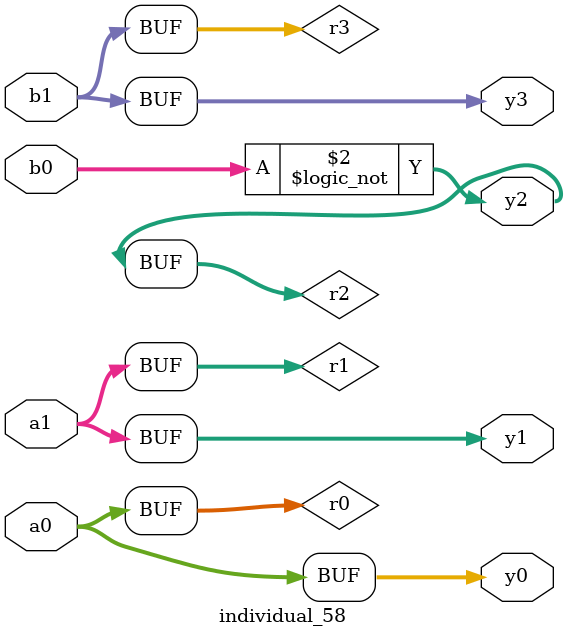
<source format=sv>
module individual_58(input logic [15:0] a1, input logic [15:0] a0, input logic [15:0] b1, input logic [15:0] b0, output logic [15:0] y3, output logic [15:0] y2, output logic [15:0] y1, output logic [15:0] y0);
logic [15:0] r0, r1, r2, r3; 
 always@(*) begin 
	 r0 = a0; r1 = a1; r2 = b0; r3 = b1; 
 	 r2 = ! b0 ;
 	 y3 = r3; y2 = r2; y1 = r1; y0 = r0; 
end
endmodule
</source>
